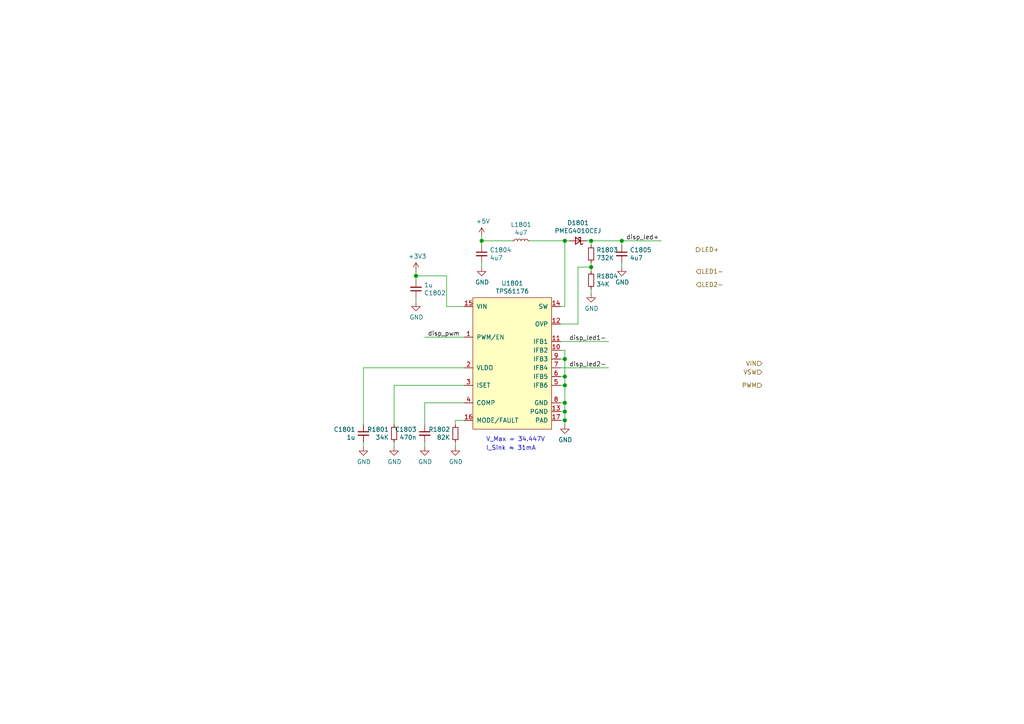
<source format=kicad_sch>
(kicad_sch (version 20210621) (generator eeschema)
  (paper "A4")
  (lib_symbols
    (symbol "DIYPie:+CM_3V3" (power) (pin_names (offset 0))
      (property "Value" "+CM_3V3" (at 0 3.556 0))
      (symbol "+CM_3V3_0_1"
        (polyline (pts (xy -0.762 1.27) (xy 0 2.54)))
        (polyline (pts (xy 0 0) (xy 0 2.54)))
        (polyline (pts (xy 0 2.54) (xy 0.762 1.27)))
      )
      (symbol "+CM_3V3_1_1"
        (pin power_in line (at 0 0 90) (length 0) hide (name "+3V3") (number "1"))
      )
    )
    (symbol "DIYPie:+SCB_SYS" (power) (pin_names (offset 0))
      (property "Value" "+SCB_SYS" (at 0 3.556 0))
      (symbol "+SCB_SYS_0_1"
        (polyline (pts (xy -0.762 1.27) (xy 0 2.54)))
        (polyline (pts (xy 0 0) (xy 0 2.54)))
        (polyline (pts (xy 0 2.54) (xy 0.762 1.27)))
      )
      (symbol "+SCB_SYS_1_1"
        (pin power_in line (at 0 0 90) (length 0) hide (name "+5V") (number "1"))
      )
    )
    (symbol "DIYPie:TPS61176" (pin_names (offset 1.016))
      (property "Reference" "U" (at -10.16 19.05 0))
      (property "Value" "TPS61176" (at -6.35 -21.59 0))
      (symbol "TPS61176_0_0"
        (pin input line (at -13.97 6.35 0) (length 2.54) (name "PWM/EN") (number "1"))
        (pin passive line (at 13.97 2.54 180) (length 2.54) (name "IFB2") (number "10"))
        (pin passive line (at 13.97 5.08 180) (length 2.54) (name "IFB1") (number "11"))
        (pin input line (at 13.97 10.16 180) (length 2.54) (name "OVP") (number "12"))
        (pin power_in line (at 13.97 -15.24 180) (length 2.54) (name "PGND") (number "13"))
        (pin passive line (at 13.97 15.24 180) (length 2.54) (name "SW") (number "14"))
        (pin power_in line (at -13.97 15.24 0) (length 2.54) (name "VIN") (number "15"))
        (pin bidirectional line (at -13.97 -17.78 0) (length 2.54) (name "MODE/FAULT") (number "16"))
        (pin power_in line (at 13.97 -17.78 180) (length 2.54) (name "PAD") (number "17"))
        (pin power_out line (at -13.97 -2.54 0) (length 2.54) (name "VLDO") (number "2"))
        (pin passive line (at -13.97 -7.62 0) (length 2.54) (name "ISET") (number "3"))
        (pin passive line (at -13.97 -12.7 0) (length 2.54) (name "COMP") (number "4"))
        (pin passive line (at 13.97 -7.62 180) (length 2.54) (name "IFB6") (number "5"))
        (pin passive line (at 13.97 -5.08 180) (length 2.54) (name "IFB5") (number "6"))
        (pin passive line (at 13.97 -2.54 180) (length 2.54) (name "IFB4") (number "7"))
        (pin power_in line (at 13.97 -12.7 180) (length 2.54) (name "GND") (number "8"))
        (pin passive line (at 13.97 0 180) (length 2.54) (name "IFB3") (number "9"))
      )
      (symbol "TPS61176_0_1"
        (rectangle (start -11.43 17.78) (end 11.43 -20.32) (fill (type background)))
      )
    )
    (symbol "Device:C_Small" (pin_numbers hide) (pin_names (offset 0.254) hide)
      (property "Reference" "C" (at 0.254 1.778 0))
      (property "Value" "C_Small" (at 0.254 -2.032 0))
      (symbol "C_Small_0_1"
        (polyline (pts (xy -1.524 -0.508) (xy 1.524 -0.508)) (stroke (width 0.3302)))
        (polyline (pts (xy -1.524 0.508) (xy 1.524 0.508)) (stroke (width 0.3048)))
      )
      (symbol "C_Small_1_1"
        (pin passive line (at 0 2.54 270) (length 2.032) (name "~") (number "1"))
        (pin passive line (at 0 -2.54 90) (length 2.032) (name "~") (number "2"))
      )
    )
    (symbol "Device:D_Schottky_Small" (pin_numbers hide) (pin_names (offset 0.254) hide)
      (property "Reference" "D" (at -1.27 2.032 0))
      (property "Value" "D_Schottky_Small" (at -7.112 -2.032 0))
      (symbol "D_Schottky_Small_0_1"
        (polyline (pts (xy -0.762 0) (xy 0.762 0)))
        (polyline (pts (xy 0.762 -1.016) (xy -0.762 0) (xy 0.762 1.016) (xy 0.762 -1.016)) (stroke (width 0.254)))
        (polyline (pts (xy -1.27 0.762) (xy -1.27 1.016) (xy -0.762 1.016) (xy -0.762 -1.016) (xy -0.254 -1.016) (xy -0.254 -0.762)) (stroke (width 0.254)))
      )
      (symbol "D_Schottky_Small_1_1"
        (pin passive line (at -2.54 0 0) (length 1.778) (name "K") (number "1"))
        (pin passive line (at 2.54 0 180) (length 1.778) (name "A") (number "2"))
      )
    )
    (symbol "Device:L_Small" (pin_numbers hide) (pin_names (offset 0.254) hide)
      (property "Reference" "L" (at 0.762 1.016 0))
      (property "Value" "L_Small" (at 0.762 -1.016 0))
      (symbol "L_Small_0_1"
        (arc (start 0 -2.032) (end 0 -1.016) (radius (at 0 -1.524) (length 0.508) (angles -89.9 89.9)))
        (arc (start 0 -1.016) (end 0 0) (radius (at 0 -0.508) (length 0.508) (angles -89.9 89.9)))
        (arc (start 0 0) (end 0 1.016) (radius (at 0 0.508) (length 0.508) (angles -89.9 89.9)))
        (arc (start 0 1.016) (end 0 2.032) (radius (at 0 1.524) (length 0.508) (angles -89.9 89.9)))
      )
      (symbol "L_Small_1_1"
        (pin passive line (at 0 2.54 270) (length 0.508) (name "~") (number "1"))
        (pin passive line (at 0 -2.54 90) (length 0.508) (name "~") (number "2"))
      )
    )
    (symbol "Device:R_Small" (pin_numbers hide) (pin_names (offset 0.254) hide)
      (property "Reference" "R" (at 0.762 0.508 0))
      (property "Value" "R_Small" (at 0.762 -1.016 0))
      (symbol "R_Small_0_1"
        (rectangle (start -0.762 1.778) (end 0.762 -1.778) (stroke (width 0.2032)))
      )
      (symbol "R_Small_1_1"
        (pin passive line (at 0 2.54 270) (length 0.762) (name "~") (number "1"))
        (pin passive line (at 0 -2.54 90) (length 0.762) (name "~") (number "2"))
      )
    )
    (symbol "power:GND" (power) (pin_names (offset 0))
      (property "Value" "GND" (at 0 -3.81 0))
      (symbol "GND_0_1"
        (polyline (pts (xy 0 0) (xy 0 -1.27) (xy 1.27 -1.27) (xy 0 -2.54) (xy -1.27 -1.27) (xy 0 -1.27)))
      )
      (symbol "GND_1_1"
        (pin power_in line (at 0 0 270) (length 0) hide (name "GND") (number "1"))
      )
    )
  )
  (junction (at 120.65 80.01) (diameter 1.016))
  (junction (at 139.7 69.85) (diameter 1.016))
  (junction (at 163.83 69.85) (diameter 1.016))
  (junction (at 163.83 104.14) (diameter 1.016))
  (junction (at 163.83 109.22) (diameter 1.016))
  (junction (at 163.83 111.76) (diameter 1.016))
  (junction (at 163.83 116.84) (diameter 1.016))
  (junction (at 163.83 119.38) (diameter 1.016))
  (junction (at 163.83 121.92) (diameter 1.016))
  (junction (at 171.45 69.85) (diameter 1.016))
  (junction (at 171.45 77.47) (diameter 1.016))
  (junction (at 180.34 69.85) (diameter 1.016))
  (wire (pts (xy 105.41 106.68) (xy 105.41 123.19)))
  (wire (pts (xy 105.41 129.54) (xy 105.41 128.27)))
  (wire (pts (xy 114.3 111.76) (xy 114.3 123.19)))
  (wire (pts (xy 114.3 129.54) (xy 114.3 128.27)))
  (wire (pts (xy 120.65 80.01) (xy 120.65 78.74)))
  (wire (pts (xy 120.65 80.01) (xy 129.54 80.01)))
  (wire (pts (xy 120.65 81.28) (xy 120.65 80.01)))
  (wire (pts (xy 120.65 87.63) (xy 120.65 86.36)))
  (wire (pts (xy 123.19 97.79) (xy 134.62 97.79)))
  (wire (pts (xy 123.19 116.84) (xy 123.19 123.19)))
  (wire (pts (xy 123.19 129.54) (xy 123.19 128.27)))
  (wire (pts (xy 129.54 80.01) (xy 129.54 88.9)))
  (wire (pts (xy 129.54 88.9) (xy 134.62 88.9)))
  (wire (pts (xy 132.08 121.92) (xy 132.08 123.19)))
  (wire (pts (xy 132.08 129.54) (xy 132.08 128.27)))
  (wire (pts (xy 134.62 106.68) (xy 105.41 106.68)))
  (wire (pts (xy 134.62 111.76) (xy 114.3 111.76)))
  (wire (pts (xy 134.62 116.84) (xy 123.19 116.84)))
  (wire (pts (xy 134.62 121.92) (xy 132.08 121.92)))
  (wire (pts (xy 139.7 69.85) (xy 139.7 68.58)))
  (wire (pts (xy 139.7 71.12) (xy 139.7 69.85)))
  (wire (pts (xy 139.7 76.2) (xy 139.7 77.47)))
  (wire (pts (xy 148.59 69.85) (xy 139.7 69.85)))
  (wire (pts (xy 153.67 69.85) (xy 163.83 69.85)))
  (wire (pts (xy 162.56 93.98) (xy 167.64 93.98)))
  (wire (pts (xy 162.56 99.06) (xy 176.53 99.06)))
  (wire (pts (xy 162.56 101.6) (xy 163.83 101.6)))
  (wire (pts (xy 162.56 104.14) (xy 163.83 104.14)))
  (wire (pts (xy 162.56 106.68) (xy 176.53 106.68)))
  (wire (pts (xy 162.56 109.22) (xy 163.83 109.22)))
  (wire (pts (xy 162.56 111.76) (xy 163.83 111.76)))
  (wire (pts (xy 162.56 116.84) (xy 163.83 116.84)))
  (wire (pts (xy 162.56 119.38) (xy 163.83 119.38)))
  (wire (pts (xy 162.56 121.92) (xy 163.83 121.92)))
  (wire (pts (xy 163.83 69.85) (xy 163.83 88.9)))
  (wire (pts (xy 163.83 69.85) (xy 165.1 69.85)))
  (wire (pts (xy 163.83 88.9) (xy 162.56 88.9)))
  (wire (pts (xy 163.83 101.6) (xy 163.83 104.14)))
  (wire (pts (xy 163.83 104.14) (xy 163.83 109.22)))
  (wire (pts (xy 163.83 109.22) (xy 163.83 111.76)))
  (wire (pts (xy 163.83 111.76) (xy 163.83 116.84)))
  (wire (pts (xy 163.83 116.84) (xy 163.83 119.38)))
  (wire (pts (xy 163.83 119.38) (xy 163.83 121.92)))
  (wire (pts (xy 163.83 121.92) (xy 163.83 123.19)))
  (wire (pts (xy 167.64 77.47) (xy 171.45 77.47)))
  (wire (pts (xy 167.64 93.98) (xy 167.64 77.47)))
  (wire (pts (xy 170.18 69.85) (xy 171.45 69.85)))
  (wire (pts (xy 171.45 69.85) (xy 171.45 71.12)))
  (wire (pts (xy 171.45 69.85) (xy 180.34 69.85)))
  (wire (pts (xy 171.45 76.2) (xy 171.45 77.47)))
  (wire (pts (xy 171.45 77.47) (xy 171.45 78.74)))
  (wire (pts (xy 171.45 85.09) (xy 171.45 83.82)))
  (wire (pts (xy 180.34 69.85) (xy 180.34 71.12)))
  (wire (pts (xy 180.34 69.85) (xy 191.77 69.85)))
  (wire (pts (xy 180.34 76.2) (xy 180.34 77.47)))
  (text "V_Max = 34.447V" (at 140.97 128.27 0) (effects (font (size 1.27 1.27)) (justify left bottom)))
  (text "I_Sink ≈ 31mA" (at 140.97 130.81 0) (effects (font (size 1.27 1.27)) (justify left bottom)))
  (label "disp_pwm" (at 133.35 97.79 180))
  (label "disp_led1-" (at 165.1 99.06 0))
  (label "disp_led2-" (at 165.1 106.68 0))
  (label "disp_led+" (at 181.61 69.85 0))
  (hierarchical_label "LED+" (shape output) (at 201.93 72.39 0))
  (hierarchical_label "LED1-" (shape input) (at 201.93 78.74 0))
  (hierarchical_label "LED2-" (shape input) (at 201.93 82.55 0))
  (hierarchical_label "VIN" (shape input) (at 220.98 105.41 180))
  (hierarchical_label "VSW" (shape input) (at 220.98 107.95 180))
  (hierarchical_label "PWM" (shape input) (at 220.98 111.76 180))
  (symbol (lib_id "DIYPie:+CM_3V3") (at 120.65 78.74 0) (unit 1)
    (property "Reference" "#PWR01803" (effects hide))
    (property "Value" "+CM_3V3" (at 121.031 74.3458 0))
  )
  (symbol (lib_id "DIYPie:+SCB_SYS") (at 139.7 68.58 0) (unit 1)
    (property "Reference" "#PWR01807" (effects hide))
    (property "Value" "+SCB_SYS" (at 140.081 64.1858 0))
  )
  (symbol (lib_id "Device:L_Small") (at 151.13 69.85 90) (unit 1)
    (property "Reference" "L1801" (at 151.13 65.151 90))
    (property "Value" "4u7" (at 151.13 67.4624 90))
    (property "Footprint" "DIYPie:L_1008_2520Metric" (effects hide))
    (property "Manufacturer" "any" (effects hide))
    (property "Mouser_PN" "815-AIML-1008HC4R7MT" (effects hide))
    (property "Mouser_PL" "https://eu.mouser.com/ProductDetail/ABRACON/AIML-1008HC-4R7M-T?qs=7Oetya%252B4D2CnGSkH4gx1NQ%3D%3D" (effects hide))
    (property "Tolerance" "20%" (effects hide))
    (property "Current" "1.3A" (effects hide))
  )
  (symbol (lib_id "power:GND") (at 105.41 129.54 0) (unit 1)
    (property "Reference" "#PWR01801" (effects hide))
    (property "Value" "GND" (at 105.537 133.9342 0))
  )
  (symbol (lib_id "power:GND") (at 114.3 129.54 0) (unit 1)
    (property "Reference" "#PWR01802" (effects hide))
    (property "Value" "GND" (at 114.427 133.9342 0))
  )
  (symbol (lib_id "power:GND") (at 120.65 87.63 0) (unit 1)
    (property "Reference" "#PWR01804" (effects hide))
    (property "Value" "GND" (at 120.777 92.0242 0))
  )
  (symbol (lib_id "power:GND") (at 123.19 129.54 0) (unit 1)
    (property "Reference" "#PWR01805" (effects hide))
    (property "Value" "GND" (at 123.317 133.9342 0))
  )
  (symbol (lib_id "power:GND") (at 132.08 129.54 0) (unit 1)
    (property "Reference" "#PWR01806" (effects hide))
    (property "Value" "GND" (at 132.207 133.9342 0))
  )
  (symbol (lib_id "power:GND") (at 139.7 77.47 0) (unit 1)
    (property "Reference" "#PWR01808" (effects hide))
    (property "Value" "GND" (at 139.827 81.8642 0))
  )
  (symbol (lib_id "power:GND") (at 163.83 123.19 0) (unit 1)
    (property "Reference" "#PWR01809" (effects hide))
    (property "Value" "GND" (at 163.957 127.5842 0))
  )
  (symbol (lib_id "power:GND") (at 171.45 85.09 0) (unit 1)
    (property "Reference" "#PWR01810" (effects hide))
    (property "Value" "GND" (at 171.577 89.4842 0))
  )
  (symbol (lib_id "power:GND") (at 180.34 77.47 0) (unit 1)
    (property "Reference" "#PWR01811" (effects hide))
    (property "Value" "GND" (at 180.467 81.8642 0))
  )
  (symbol (lib_id "Device:R_Small") (at 114.3 125.73 0) (mirror y) (unit 1)
    (property "Reference" "R1801" (at 112.8014 124.5616 0) (effects (justify left)))
    (property "Value" "34K" (at 112.8014 126.873 0) (effects (justify left)))
    (property "Footprint" "DIYPie:R_0402_1005Metric" (effects hide))
    (property "Manufacturer" "any" (effects hide))
    (property "Mouser_PN" "603-RC0402FR-0734KL " (effects hide))
    (property "Mouser_PL" "https://eu.mouser.com/ProductDetail/Yageo/RC0402FR-0734KL?qs=sGAEpiMZZMtlubZbdhIBIM2VF1SoZtZzW0H%2FZbu%252Be28%3D" (effects hide))
    (property "Tolerance" "1%" (effects hide))
  )
  (symbol (lib_id "Device:R_Small") (at 132.08 125.73 0) (mirror y) (unit 1)
    (property "Reference" "R1802" (at 130.5814 124.5616 0) (effects (justify left)))
    (property "Value" "82K" (at 130.5814 126.873 0) (effects (justify left)))
    (property "Footprint" "DIYPie:R_0402_1005Metric" (effects hide))
    (property "Manufacturer" "any" (effects hide))
    (property "Mouser_PN" "603-RC0402FR-0782KL" (effects hide))
    (property "Mouser_PL" "https://eu.mouser.com/ProductDetail/Yageo/RC0402FR-0782KL?qs=%2Fha2pyFadugksLQP8sr8wS002Dv%2FEDB8BiHT7YvoqwQLNUWzqp6pBzmiXclgEz2J" (effects hide))
    (property "Tolerance" "1%" (effects hide))
  )
  (symbol (lib_id "Device:R_Small") (at 171.45 73.66 0) (unit 1)
    (property "Reference" "R1803" (at 172.9486 72.4916 0) (effects (justify left)))
    (property "Value" "732K" (at 172.9486 74.803 0) (effects (justify left)))
    (property "Footprint" "DIYPie:R_0402_1005Metric" (effects hide))
    (property "Manufacturer" "any" (effects hide))
    (property "Mouser_PN" "603-RC0402FR-07732KL" (effects hide))
    (property "Mouser_PL" "https://eu.mouser.com/ProductDetail/Yageo/RC0402FR-07732KL?qs=Is6ZsIPfHkax3rrRLISTXA%3D%3D" (effects hide))
    (property "Tolerance" "1%" (effects hide))
  )
  (symbol (lib_id "Device:R_Small") (at 171.45 81.28 0) (unit 1)
    (property "Reference" "R1804" (at 172.9486 80.1116 0) (effects (justify left)))
    (property "Value" "34K" (at 172.9486 82.423 0) (effects (justify left)))
    (property "Footprint" "DIYPie:R_0402_1005Metric" (effects hide))
    (property "Manufacturer" "any" (effects hide))
    (property "Mouser_PN" "603-RC0402FR-0734KL " (effects hide))
    (property "Mouser_PL" "https://eu.mouser.com/ProductDetail/Yageo/RC0402FR-0734KL?qs=sGAEpiMZZMtlubZbdhIBIM2VF1SoZtZzW0H%2FZbu%252Be28%3D" (effects hide))
    (property "Tolerance" "1%" (effects hide))
  )
  (symbol (lib_id "Device:D_Schottky_Small") (at 167.64 69.85 180) (unit 1)
    (property "Reference" "D1801" (at 167.64 64.643 0))
    (property "Value" "PMEG4010CEJ" (at 167.64 66.9544 0))
    (property "Footprint" "DIYPie:D_SOD-323F" (effects hide))
    (property "Manufacturer" "Nexperia" (effects hide))
    (property "Manufacturer_PN" "PMEG4010CEJ" (effects hide))
    (property "Mouser_PN" "771-PMEG4010CEJ-T/R" (effects hide))
    (property "Mouser_PL" "https://eu.mouser.com/ProductDetail/Nexperia/PMEG4010CEJ115?qs=%2Fha2pyFaduh7rWbDfloTUf9ZY9q3VPVogphlABjvGH3rkOmevTJXOw%3D%3D" (effects hide))
    (property "Voltage" "40V" (effects hide))
    (property "Current" "1A" (effects hide))
  )
  (symbol (lib_id "Device:C_Small") (at 105.41 125.73 0) (mirror y) (unit 1)
    (property "Reference" "C1801" (at 103.0732 124.5616 0) (effects (justify left)))
    (property "Value" "1u" (at 103.0732 126.873 0) (effects (justify left)))
    (property "Footprint" "DIYPie:C_0402_1005Metric" (effects hide))
    (property "Manufacturer" "any" (effects hide))
    (property "Mouser_PN" "187-CL05A105KQ5NNNC" (effects hide))
    (property "Mouser_PL" "https://eu.mouser.com/ProductDetail/Samsung-Electro-Mechanics/CL05A105KQ5NNNC?qs=sGAEpiMZZMvsSlwiRhF8qiamir66WTSkOz7UKR%2FZ544%3D" (effects hide))
    (property "Tolerance" "20%" (effects hide))
    (property "Voltage" "6.3V" (effects hide))
    (property "Dielectric" "X5R" (effects hide))
  )
  (symbol (lib_id "Device:C_Small") (at 120.65 83.82 0) (mirror x) (unit 1)
    (property "Reference" "C1802" (at 122.9868 84.9884 0) (effects (justify left)))
    (property "Value" "1u" (at 122.9868 82.677 0) (effects (justify left)))
    (property "Footprint" "DIYPie:C_0402_1005Metric" (effects hide))
    (property "Manufacturer" "any" (effects hide))
    (property "Mouser_PN" "963-JMK105BJ105KV-F" (effects hide))
    (property "Mouser_PL" "https://eu.mouser.com/ProductDetail/Taiyo-Yuden/JMK105BJ105KV-F?qs=sGAEpiMZZMsh%252B1woXyUXjzXZPAgA2%252BEMtIn1%252BN%252BY7mE%3D" (effects hide))
    (property "Tolerance" "20%" (effects hide))
    (property "Voltage" "6.3V" (effects hide))
    (property "Dielectric" "X5R" (effects hide))
  )
  (symbol (lib_id "Device:C_Small") (at 123.19 125.73 0) (unit 1)
    (property "Reference" "C1803" (at 120.8532 124.5616 0) (effects (justify right)))
    (property "Value" "470n" (at 120.8532 126.873 0) (effects (justify right)))
    (property "Footprint" "DIYPie:C_0402_1005Metric" (effects hide))
    (property "Manufacturer" "any" (effects hide))
    (property "Mouser_PN" "963-JMK105BJ474MV-F" (effects hide))
    (property "Mouser_PL" "https://eu.mouser.com/ProductDetail/Taiyo-Yuden/JMK105BJ474MV-F?qs=sGAEpiMZZMvsSlwiRhF8qvXH2%252BT6Wjq1H9EODWG06L26C1SBUt6ZpA%3D%3D" (effects hide))
    (property "Tolerance" "20%" (effects hide))
    (property "Voltage" "6.3V" (effects hide))
    (property "Dielectric" "X5R" (effects hide))
  )
  (symbol (lib_id "Device:C_Small") (at 139.7 73.66 0) (unit 1)
    (property "Reference" "C1804" (at 142.0368 72.4916 0) (effects (justify left)))
    (property "Value" "4u7" (at 142.0368 74.803 0) (effects (justify left)))
    (property "Footprint" "DIYPie:C_0603_1608Metric" (effects hide))
    (property "Manufacturer" "any" (effects hide))
    (property "Mouser_PN" "187-CL10A475KP8NNNC" (effects hide))
    (property "Mouser_PL" "https://eu.mouser.com/ProductDetail/Samsung-Electro-Mechanics/CL10A475KP8NNNC?qs=sGAEpiMZZMt7gvpyg0xT8uePhgAryV60oEO7JM%2FL%2Fpg%3D" (effects hide))
    (property "Tolerance" "20%" (effects hide))
    (property "Voltage" "6.3V" (effects hide))
    (property "Dielectric" "X5R" (effects hide))
  )
  (symbol (lib_id "Device:C_Small") (at 180.34 73.66 0) (unit 1)
    (property "Reference" "C1805" (at 182.6768 72.4916 0) (effects (justify left)))
    (property "Value" "4u7" (at 182.6768 74.803 0) (effects (justify left)))
    (property "Footprint" "DIYPie:C_0805_2012Metric" (effects hide))
    (property "Manufacturer" "any" (effects hide))
    (property "Mouser_PN" "187-CL21A475KLCLQNC" (effects hide))
    (property "Mouser_PL" "https://eu.mouser.com/ProductDetail/Samsung-Electro-Mechanics/CL21A475KLCLQNC?qs=sGAEpiMZZMs7ZEmUmaUL03JOSOi7G3a3ilvSgFf1EZ87l4iRT0Vm7Q%3D%3D" (effects hide))
    (property "Tolerance" "20%" (effects hide))
    (property "Voltage" "35V" (effects hide))
    (property "Dielectric" "X5R" (effects hide))
  )
  (symbol (lib_id "DIYPie:TPS61176") (at 148.59 104.14 0) (unit 1)
    (property "Reference" "U1801" (at 148.59 82.169 0))
    (property "Value" "TPS61176" (at 148.59 84.4804 0))
    (property "Footprint" "DIYPie:TI_TPS61176RTE" (effects hide))
    (property "Datasheet" "https://www.ti.com/lit/ds/symlink/tps61176.pdf?ts=1614869613017&ref_url=https%253A%252F%252Fwww.google.com%252F" (effects hide))
    (property "Description" "LED backlight" (effects hide))
    (property "Manufacturer" "Texas Instruments" (effects hide))
    (property "Manufacturer_PN" "TPS61176RTER" (effects hide))
  )
)
</source>
